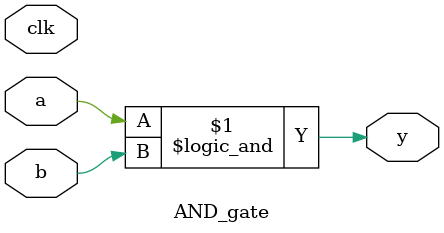
<source format=sv>
module AND_gate(input a,input b, input clk, output y);
  assign y = a && b;
endmodule

</source>
